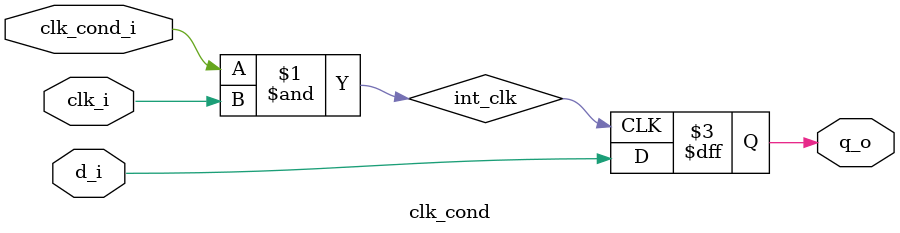
<source format=v>
`timescale 1ns / 1ps

module clk_cond(clk_i, clk_cond_i, d_i, q_o);

input wire clk_cond_i;
input wire clk_i;
input wire d_i;
output reg q_o;

wire int_clk;
assign int_clk = clk_cond_i & clk_i;

always @(posedge int_clk) begin
  q_o <= d_i;
end

endmodule

</source>
